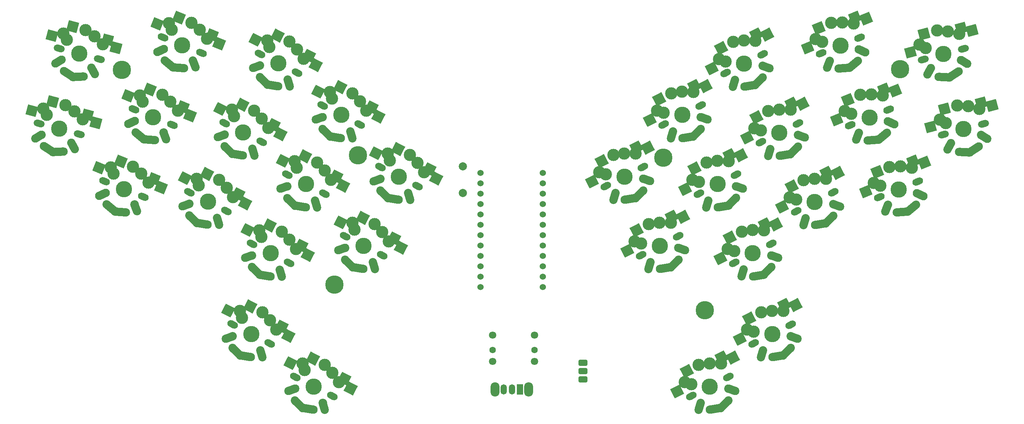
<source format=gbr>
%TF.GenerationSoftware,KiCad,Pcbnew,7.0.2*%
%TF.CreationDate,2024-03-27T11:13:33+01:00*%
%TF.ProjectId,Asfoora,4173666f-6f72-4612-9e6b-696361645f70,rev?*%
%TF.SameCoordinates,Original*%
%TF.FileFunction,Soldermask,Bot*%
%TF.FilePolarity,Negative*%
%FSLAX46Y46*%
G04 Gerber Fmt 4.6, Leading zero omitted, Abs format (unit mm)*
G04 Created by KiCad (PCBNEW 7.0.2) date 2024-03-27 11:13:33*
%MOMM*%
%LPD*%
G01*
G04 APERTURE LIST*
G04 Aperture macros list*
%AMRoundRect*
0 Rectangle with rounded corners*
0 $1 Rounding radius*
0 $2 $3 $4 $5 $6 $7 $8 $9 X,Y pos of 4 corners*
0 Add a 4 corners polygon primitive as box body*
4,1,4,$2,$3,$4,$5,$6,$7,$8,$9,$2,$3,0*
0 Add four circle primitives for the rounded corners*
1,1,$1+$1,$2,$3*
1,1,$1+$1,$4,$5*
1,1,$1+$1,$6,$7*
1,1,$1+$1,$8,$9*
0 Add four rect primitives between the rounded corners*
20,1,$1+$1,$2,$3,$4,$5,0*
20,1,$1+$1,$4,$5,$6,$7,0*
20,1,$1+$1,$6,$7,$8,$9,0*
20,1,$1+$1,$8,$9,$2,$3,0*%
%AMHorizOval*
0 Thick line with rounded ends*
0 $1 width*
0 $2 $3 position (X,Y) of the first rounded end (center of the circle)*
0 $4 $5 position (X,Y) of the second rounded end (center of the circle)*
0 Add line between two ends*
20,1,$1,$2,$3,$4,$5,0*
0 Add two circle primitives to create the rounded ends*
1,1,$1,$2,$3*
1,1,$1,$4,$5*%
%AMRotRect*
0 Rectangle, with rotation*
0 The origin of the aperture is its center*
0 $1 length*
0 $2 width*
0 $3 Rotation angle, in degrees counterclockwise*
0 Add horizontal line*
21,1,$1,$2,0,0,$3*%
G04 Aperture macros list end*
%ADD10O,1.500000X2.500000*%
%ADD11R,1.500000X2.500000*%
%ADD12O,2.200000X3.500000*%
%ADD13C,4.500000*%
%ADD14C,1.800000*%
%ADD15C,1.600000*%
%ADD16RoundRect,0.375000X0.750000X-0.375000X0.750000X0.375000X-0.750000X0.375000X-0.750000X-0.375000X0*%
%ADD17HorizOval,2.032000X1.332292X0.067491X-1.332292X-0.067491X0*%
%ADD18C,2.032000*%
%ADD19HorizOval,2.032000X-1.120053X0.724595X1.120053X-0.724595X0*%
%ADD20RotRect,2.600000X2.600000X345.000000*%
%ADD21RotRect,2.550000X2.500000X345.000000*%
%ADD22HorizOval,2.032000X-0.421808X0.776874X0.421808X-0.776874X0*%
%ADD23HorizOval,2.032000X0.753734X0.461889X-0.753734X-0.461889X0*%
%ADD24HorizOval,1.701800X0.482963X-0.129410X-0.482963X0.129410X0*%
%ADD25C,3.000000*%
%ADD26C,3.987800*%
%ADD27HorizOval,2.032000X0.944925X0.941633X-0.944925X-0.941633X0*%
%ADD28HorizOval,2.032000X-1.317210X-0.210983X1.317210X0.210983X0*%
%ADD29RotRect,2.600000X2.600000X27.000000*%
%ADD30RotRect,2.550000X2.500000X27.000000*%
%ADD31HorizOval,2.032000X-0.833295X0.295085X0.833295X-0.295085X0*%
%ADD32HorizOval,2.032000X0.251070X0.847597X-0.251070X-0.847597X0*%
%ADD33HorizOval,1.701800X0.445503X0.226995X-0.445503X-0.226995X0*%
%ADD34HorizOval,2.032000X-1.317210X0.210983X1.317210X-0.210983X0*%
%ADD35HorizOval,2.032000X-0.944925X0.941633X0.944925X-0.941633X0*%
%ADD36RotRect,2.600000X2.600000X333.000000*%
%ADD37RotRect,2.550000X2.500000X333.000000*%
%ADD38HorizOval,2.032000X-0.251070X0.847597X0.251070X-0.847597X0*%
%ADD39HorizOval,2.032000X0.833295X0.295085X-0.833295X-0.295085X0*%
%ADD40HorizOval,1.701800X0.445503X-0.226995X-0.445503X0.226995X0*%
%ADD41C,2.000000*%
%ADD42HorizOval,2.032000X1.023398X0.855694X-1.023398X-0.855694X0*%
%ADD43HorizOval,2.032000X-1.330586X-0.095378X1.330586X0.095378X0*%
%ADD44RotRect,2.600000X2.600000X22.000000*%
%ADD45RotRect,2.550000X2.500000X22.000000*%
%ADD46HorizOval,2.032000X-0.804406X0.366589X0.804406X-0.366589X0*%
%ADD47HorizOval,2.032000X0.323987X0.822489X-0.323987X-0.822489X0*%
%ADD48HorizOval,1.701800X0.463592X0.187303X-0.463592X-0.187303X0*%
%ADD49HorizOval,2.032000X1.120053X0.724595X-1.120053X-0.724595X0*%
%ADD50HorizOval,2.032000X-1.332292X0.067491X1.332292X-0.067491X0*%
%ADD51RotRect,2.600000X2.600000X15.000000*%
%ADD52RotRect,2.550000X2.500000X15.000000*%
%ADD53HorizOval,2.032000X-0.753734X0.461889X0.753734X-0.461889X0*%
%ADD54HorizOval,2.032000X0.421808X0.776874X-0.421808X-0.776874X0*%
%ADD55HorizOval,1.701800X0.482963X0.129410X-0.482963X-0.129410X0*%
%ADD56HorizOval,2.032000X-1.330586X0.095378X1.330586X-0.095378X0*%
%ADD57HorizOval,2.032000X-1.023398X0.855694X1.023398X-0.855694X0*%
%ADD58RotRect,2.600000X2.600000X338.000000*%
%ADD59RotRect,2.550000X2.500000X338.000000*%
%ADD60HorizOval,2.032000X-0.323987X0.822489X0.323987X-0.822489X0*%
%ADD61HorizOval,2.032000X0.804406X0.366589X-0.804406X-0.366589X0*%
%ADD62HorizOval,1.701800X0.463592X-0.187303X-0.463592X0.187303X0*%
%ADD63C,1.524000*%
G04 APERTURE END LIST*
D10*
%TO.C,SW34*%
X150998000Y-128290000D03*
X152998000Y-128290000D03*
D11*
X154998000Y-128290000D03*
D12*
X148898000Y-128290000D03*
X157098000Y-128290000D03*
%TD*%
D13*
%TO.C,H6*%
X189992000Y-71628000D03*
%TD*%
%TO.C,H5*%
X247898000Y-49940000D03*
%TD*%
%TO.C,H4*%
X200152000Y-108966000D03*
%TD*%
%TO.C,H3*%
X109598000Y-102690000D03*
%TD*%
%TO.C,H2*%
X115318960Y-71000607D03*
%TD*%
%TO.C,H1*%
X57567383Y-50087604D03*
%TD*%
D14*
%TO.C,HAT1*%
X148248000Y-114990000D03*
D15*
X148248000Y-118690000D03*
D14*
X148248000Y-121490000D03*
X158548000Y-121490000D03*
D15*
X158548000Y-118690000D03*
D14*
X158548000Y-114990000D03*
%TD*%
D16*
%TO.C,PAD1*%
X170398000Y-121840000D03*
X170398000Y-123840000D03*
X170398000Y-125840000D03*
%TD*%
D17*
%TO.C,SW11*%
X42042776Y-70135519D03*
D18*
X40725364Y-70201877D03*
D19*
X39617631Y-69485704D03*
D20*
X40628961Y-57908024D03*
D21*
X35546256Y-60079833D03*
D20*
X51212818Y-63024992D03*
D21*
X49210135Y-61108033D03*
D22*
X45692928Y-68720533D03*
D18*
X45275173Y-67942467D03*
X37914818Y-65970266D03*
D23*
X37163998Y-66435214D03*
D24*
X47156113Y-65820287D03*
D25*
X48049411Y-62177359D03*
X46017462Y-60255983D03*
D26*
X42252396Y-64502915D03*
D25*
X43792369Y-58755656D03*
X39226433Y-61065934D03*
X38393338Y-59586599D03*
D24*
X37343332Y-63186859D03*
%TD*%
D27*
%TO.C,SW24*%
X220270032Y-119076620D03*
D18*
X219335406Y-120007454D03*
D28*
X218032986Y-120216452D03*
D29*
X211037572Y-110935846D03*
D30*
X208713609Y-115950809D03*
D29*
X222326830Y-107656512D03*
D30*
X219555851Y-107571990D03*
D31*
X222035814Y-115582652D03*
D18*
X221204733Y-115283968D03*
X214415263Y-118743376D03*
D32*
X214168407Y-119591296D03*
D33*
X221182528Y-112448286D03*
D25*
X219408783Y-109143331D03*
X216613100Y-109075109D03*
D26*
X216656862Y-114750516D03*
D25*
X213955619Y-109449027D03*
X212108344Y-114221105D03*
X210499366Y-113679194D03*
D33*
X212128104Y-117057300D03*
%TD*%
D27*
%TO.C,SW20*%
X204997363Y-131934721D03*
D18*
X204062737Y-132865555D03*
D28*
X202760317Y-133074553D03*
D29*
X195764903Y-123793947D03*
D30*
X193440940Y-128808910D03*
D29*
X207054161Y-120514613D03*
D30*
X204283182Y-120430091D03*
D31*
X206763145Y-128440753D03*
D18*
X205932064Y-128142069D03*
X199142594Y-131601477D03*
D32*
X198895738Y-132449397D03*
D33*
X205909859Y-125306387D03*
D25*
X204136114Y-122001432D03*
X201340431Y-121933210D03*
D26*
X201384193Y-127608617D03*
D25*
X198682950Y-122307128D03*
X196835675Y-127079206D03*
X195226697Y-126537295D03*
D33*
X196855435Y-129915401D03*
%TD*%
D27*
%TO.C,SW22*%
X206888703Y-82388898D03*
D18*
X205954077Y-83319732D03*
D28*
X204651657Y-83528730D03*
D29*
X197656243Y-74248124D03*
D30*
X195332280Y-79263087D03*
D29*
X208945501Y-70968790D03*
D30*
X206174522Y-70884268D03*
D31*
X208654485Y-78894930D03*
D18*
X207823404Y-78596246D03*
X201033934Y-82055654D03*
D32*
X200787078Y-82903574D03*
D33*
X207801199Y-75760564D03*
D25*
X206027454Y-72455609D03*
X203231771Y-72387387D03*
D26*
X203275533Y-78062794D03*
D25*
X200574290Y-72761305D03*
X198727015Y-77533383D03*
X197118037Y-76991472D03*
D33*
X198746775Y-80369578D03*
%TD*%
D34*
%TO.C,SW5*%
X94524097Y-53939365D03*
D18*
X93221677Y-53730367D03*
D35*
X92287052Y-52799533D03*
D36*
X95683417Y-41685120D03*
D37*
X90260236Y-42752717D03*
D36*
X104972113Y-48890778D03*
D37*
X103411753Y-46599328D03*
D38*
X98388677Y-53314209D03*
D18*
X98141820Y-52466289D03*
X91352350Y-49006881D03*
D39*
X90521269Y-49305565D03*
D40*
X100422883Y-50781553D03*
D25*
X102054067Y-47403959D03*
X100465998Y-45102104D03*
D26*
X95900221Y-48473429D03*
D25*
X98601464Y-43171940D03*
X93654971Y-44482421D03*
X93147652Y-42862203D03*
D40*
X91372055Y-46165480D03*
%TD*%
D34*
%TO.C,SW8*%
X109872214Y-66603986D03*
D18*
X108569794Y-66394988D03*
D35*
X107635169Y-65464154D03*
D36*
X111031534Y-54349741D03*
D37*
X105608353Y-55417338D03*
D36*
X120320230Y-61555399D03*
D37*
X118759870Y-59263949D03*
D38*
X113736794Y-65978830D03*
D18*
X113489937Y-65130910D03*
X106700467Y-61671502D03*
D39*
X105869386Y-61970186D03*
D40*
X115771000Y-63446174D03*
D25*
X117402184Y-60068580D03*
X115814115Y-57766725D03*
D26*
X111248338Y-61138050D03*
D25*
X113949581Y-55836561D03*
X109003088Y-57147042D03*
X108495769Y-55526824D03*
D40*
X106720172Y-58830101D03*
%TD*%
D41*
%TO.C,SW33*%
X140970000Y-73712000D03*
X140970000Y-80212000D03*
%TD*%
D42*
%TO.C,SW30*%
X243673101Y-66368189D03*
D18*
X242660904Y-67214023D03*
D43*
X241345225Y-67308711D03*
D44*
X235185288Y-57453731D03*
D45*
X232433086Y-62247064D03*
D44*
X246717400Y-55170800D03*
D45*
X243964332Y-54845093D03*
D46*
X245736682Y-63041415D03*
D18*
X244934796Y-62671434D03*
X237869655Y-65525936D03*
D47*
X237549837Y-66349115D03*
D48*
X245159822Y-59844608D03*
D25*
X243680873Y-56397637D03*
X240901773Y-56086014D03*
D26*
X240450725Y-61743638D03*
D25*
X238221816Y-56226894D03*
X235965657Y-60819813D03*
X234410032Y-60139733D03*
D48*
X235738150Y-63646938D03*
%TD*%
D34*
%TO.C,SW19*%
X103137734Y-133078933D03*
D18*
X101835314Y-132869935D03*
D35*
X100900689Y-131939101D03*
D36*
X104297054Y-120824688D03*
D37*
X98873873Y-121892285D03*
D36*
X113585750Y-128030346D03*
D37*
X112025390Y-125738896D03*
D38*
X107002314Y-132453777D03*
D18*
X106755457Y-131605857D03*
X99965987Y-128146449D03*
D39*
X99134906Y-128445133D03*
D40*
X109036520Y-129921121D03*
D25*
X110667704Y-126543527D03*
X109079635Y-124241672D03*
D26*
X104513858Y-127612997D03*
D25*
X107215101Y-122311508D03*
X102268608Y-123621989D03*
X101761289Y-122001771D03*
D40*
X99985692Y-125305048D03*
%TD*%
D27*
%TO.C,SW25*%
X213400039Y-52874243D03*
D18*
X212465413Y-53805077D03*
D28*
X211162993Y-54014075D03*
D29*
X204167579Y-44733469D03*
D30*
X201843616Y-49748432D03*
D29*
X215456837Y-41454135D03*
D30*
X212685858Y-41369613D03*
D31*
X215165821Y-49380275D03*
D18*
X214334740Y-49081591D03*
X207545270Y-52540999D03*
D32*
X207298414Y-53388919D03*
D33*
X214312535Y-46245909D03*
D25*
X212538790Y-42940954D03*
X209743107Y-42872732D03*
D26*
X209786869Y-48548139D03*
D25*
X207085626Y-43246650D03*
X205238351Y-48018728D03*
X203629373Y-47476817D03*
D33*
X205258111Y-50854923D03*
%TD*%
D34*
%TO.C,SW6*%
X85898278Y-70868489D03*
D18*
X84595858Y-70659491D03*
D35*
X83661233Y-69728657D03*
D36*
X87057598Y-58614244D03*
D37*
X81634417Y-59681841D03*
D36*
X96346294Y-65819902D03*
D37*
X94785934Y-63528452D03*
D38*
X89762858Y-70243333D03*
D18*
X89516001Y-69395413D03*
X82726531Y-65936005D03*
D39*
X81895450Y-66234689D03*
D40*
X91797064Y-67710677D03*
D25*
X93428248Y-64333083D03*
X91840179Y-62031228D03*
D26*
X87274402Y-65402553D03*
D25*
X89975645Y-60101064D03*
X85029152Y-61411545D03*
X84521833Y-59791327D03*
D40*
X82746236Y-63094604D03*
%TD*%
D34*
%TO.C,SW10*%
X92620575Y-100462234D03*
D18*
X91318155Y-100253236D03*
D35*
X90383530Y-99322402D03*
D36*
X93779895Y-88207989D03*
D37*
X88356714Y-89275586D03*
D36*
X103068591Y-95413647D03*
D37*
X101508231Y-93122197D03*
D38*
X96485155Y-99837078D03*
D18*
X96238298Y-98989158D03*
X89448828Y-95529750D03*
D39*
X88617747Y-95828434D03*
D40*
X98519361Y-97304422D03*
D25*
X100150545Y-93926828D03*
X98562476Y-91624973D03*
D26*
X93996699Y-94996298D03*
D25*
X96697942Y-89694809D03*
X91751449Y-91005290D03*
X91244130Y-89385072D03*
D40*
X89468533Y-92688349D03*
%TD*%
D49*
%TO.C,SW32*%
X266069894Y-69562703D03*
D18*
X264962161Y-70278877D03*
D50*
X263644749Y-70212518D03*
D51*
X258731747Y-59680288D03*
D52*
X255415900Y-64102484D03*
D51*
X270456120Y-58819785D03*
D52*
X267763267Y-58160990D03*
D53*
X268523526Y-66512213D03*
D18*
X267772706Y-66047265D03*
X260412352Y-68019467D03*
D54*
X259994597Y-68797533D03*
D55*
X268340558Y-63268933D03*
D25*
X267292713Y-59667417D03*
X264572306Y-59019430D03*
D26*
X263435129Y-64579914D03*
D25*
X261895155Y-58832656D03*
X259096077Y-63116383D03*
X257634928Y-62251789D03*
D55*
X258525727Y-65894709D03*
%TD*%
D27*
%TO.C,SW27*%
X230651678Y-86732491D03*
D18*
X229717052Y-87663325D03*
D28*
X228414632Y-87872323D03*
D29*
X221419218Y-78591717D03*
D30*
X219095255Y-83606680D03*
D29*
X232708476Y-75312383D03*
D30*
X229937497Y-75227861D03*
D31*
X232417460Y-83238523D03*
D18*
X231586379Y-82939839D03*
X224796909Y-86399247D03*
D32*
X224550053Y-87247167D03*
D33*
X231564174Y-80104157D03*
D25*
X229790429Y-76799202D03*
X226994746Y-76730980D03*
D26*
X227038508Y-82406387D03*
D25*
X224337265Y-77104898D03*
X222489990Y-81876976D03*
X220881012Y-81335065D03*
D33*
X222509750Y-84713171D03*
%TD*%
D56*
%TO.C,SW14*%
X57224689Y-84849728D03*
D18*
X55909010Y-84755040D03*
D57*
X54896813Y-83909206D03*
D58*
X57311570Y-72541075D03*
D59*
X52002073Y-74077270D03*
D58*
X67192934Y-78909749D03*
D59*
X65438798Y-76763013D03*
D60*
X61020077Y-83890132D03*
D18*
X60700258Y-83066954D03*
X53635117Y-80212451D03*
D61*
X52833231Y-80582432D03*
D62*
X62825807Y-81189820D03*
D25*
X64156407Y-77682913D03*
X62373761Y-75528226D03*
D26*
X58119189Y-79284655D03*
D25*
X60348098Y-73767911D03*
X55534643Y-75504521D03*
X54888044Y-73934684D03*
D62*
X53407103Y-77380145D03*
%TD*%
D56*
%TO.C,SW2*%
X71459739Y-49616741D03*
D18*
X70144060Y-49522053D03*
D57*
X69131863Y-48676219D03*
D58*
X71546620Y-37308088D03*
D59*
X66237123Y-38844283D03*
D58*
X81427984Y-43676762D03*
D59*
X79673848Y-41530026D03*
D60*
X75255127Y-48657145D03*
D18*
X74935308Y-47833967D03*
X67870167Y-44979464D03*
D61*
X67068281Y-45349445D03*
D62*
X77060857Y-45956833D03*
D25*
X78391457Y-42449926D03*
X76608811Y-40295239D03*
D26*
X72354239Y-44051668D03*
D25*
X74583148Y-38534924D03*
X69769693Y-40271534D03*
X69123094Y-38701697D03*
D62*
X67642153Y-42147158D03*
%TD*%
D34*
%TO.C,SW15*%
X87865065Y-120220832D03*
D18*
X86562645Y-120011834D03*
D35*
X85628020Y-119081000D03*
D36*
X89024385Y-107966587D03*
D37*
X83601204Y-109034184D03*
D36*
X98313081Y-115172245D03*
D37*
X96752721Y-112880795D03*
D38*
X91729645Y-119595676D03*
D18*
X91482788Y-118747756D03*
X84693318Y-115288348D03*
D39*
X83862237Y-115587032D03*
D40*
X93763851Y-117063020D03*
D25*
X95395035Y-113685426D03*
X93806966Y-111383571D03*
D26*
X89241189Y-114754896D03*
D25*
X91942432Y-109453407D03*
X86995939Y-110763888D03*
X86488620Y-109143670D03*
D40*
X84713023Y-112446947D03*
%TD*%
D63*
%TO.C,U1*%
X145299400Y-75361000D03*
X145299400Y-77901000D03*
X145299400Y-80441000D03*
X145299400Y-82981000D03*
X145299400Y-85521000D03*
X145299400Y-88061000D03*
X145299400Y-90601000D03*
X145299400Y-93141000D03*
X145299400Y-95681000D03*
X145299400Y-98221000D03*
X145299400Y-100761000D03*
X145299400Y-103301000D03*
X160519400Y-103301000D03*
X160519400Y-100761000D03*
X160519400Y-98221000D03*
X160519400Y-95681000D03*
X160519400Y-93141000D03*
X160519400Y-90601000D03*
X160519400Y-88061000D03*
X160519400Y-85521000D03*
X160519400Y-82981000D03*
X160519400Y-80441000D03*
X160519400Y-77901000D03*
X160519400Y-75361000D03*
%TD*%
D27*
%TO.C,SW18*%
X192772489Y-97479279D03*
D18*
X191837863Y-98410113D03*
D28*
X190535443Y-98619111D03*
D29*
X183540029Y-89338505D03*
D30*
X181216066Y-94353468D03*
D29*
X194829287Y-86059171D03*
D30*
X192058308Y-85974649D03*
D31*
X194538271Y-93985311D03*
D18*
X193707190Y-93686627D03*
X186917720Y-97146035D03*
D32*
X186670864Y-97993955D03*
D33*
X193684985Y-90850945D03*
D25*
X191911240Y-87545990D03*
X189115557Y-87477768D03*
D26*
X189159319Y-93153175D03*
D25*
X186458076Y-87851686D03*
X184610801Y-92623764D03*
X183001823Y-92081853D03*
D33*
X184630561Y-95459959D03*
%TD*%
D17*
%TO.C,SW4*%
X46952823Y-51765130D03*
D18*
X45635411Y-51831488D03*
D19*
X44527678Y-51115315D03*
D20*
X45539008Y-39537635D03*
D21*
X40456303Y-41709444D03*
D20*
X56122865Y-44654603D03*
D21*
X54120182Y-42737644D03*
D22*
X50602975Y-50350144D03*
D18*
X50185220Y-49572078D03*
X42824865Y-47599877D03*
D23*
X42074045Y-48064825D03*
D24*
X52066160Y-47449898D03*
D25*
X52959458Y-43806970D03*
X50927509Y-41885594D03*
D26*
X47162443Y-46132526D03*
D25*
X48702416Y-40385267D03*
X44136480Y-42695545D03*
X43303385Y-41216210D03*
D24*
X42253379Y-44816470D03*
%TD*%
D34*
%TO.C,SW7*%
X77272459Y-87797612D03*
D18*
X75970039Y-87588614D03*
D35*
X75035414Y-86657780D03*
D36*
X78431779Y-75543367D03*
D37*
X73008598Y-76610964D03*
D36*
X87720475Y-82749025D03*
D37*
X86160115Y-80457575D03*
D38*
X81137039Y-87172456D03*
D18*
X80890182Y-86324536D03*
X74100712Y-82865128D03*
D39*
X73269631Y-83163812D03*
D40*
X83171245Y-84639800D03*
D25*
X84802429Y-81262206D03*
X83214360Y-78960351D03*
D26*
X78648583Y-82331676D03*
D25*
X81349826Y-77030187D03*
X76403333Y-78340668D03*
X75896014Y-76720450D03*
D40*
X74120417Y-80023727D03*
%TD*%
D42*
%TO.C,SW29*%
X236555576Y-48751695D03*
D18*
X235543379Y-49597529D03*
D43*
X234227700Y-49692217D03*
D44*
X228067763Y-39837237D03*
D45*
X225315561Y-44630570D03*
D44*
X239599875Y-37554306D03*
D45*
X236846807Y-37228599D03*
D46*
X238619157Y-45424921D03*
D18*
X237817271Y-45054940D03*
X230752130Y-47909442D03*
D47*
X230432312Y-48732621D03*
D48*
X238042297Y-42228114D03*
D25*
X236563348Y-38781143D03*
X233784248Y-38469520D03*
D26*
X233333200Y-44127144D03*
D25*
X231104291Y-38610400D03*
X228848132Y-43203319D03*
X227292507Y-42523239D03*
D48*
X228620625Y-46030444D03*
%TD*%
D34*
%TO.C,SW9*%
X101246394Y-83533110D03*
D18*
X99943974Y-83324112D03*
D35*
X99009349Y-82393278D03*
D36*
X102405714Y-71278865D03*
D37*
X96982533Y-72346462D03*
D36*
X111694410Y-78484523D03*
D37*
X110134050Y-76193073D03*
D38*
X105110974Y-82907954D03*
D18*
X104864117Y-82060034D03*
X98074647Y-78600626D03*
D39*
X97243566Y-78899310D03*
D40*
X107145180Y-80375298D03*
D25*
X108776364Y-76997704D03*
X107188295Y-74695849D03*
D26*
X102622518Y-78067174D03*
D25*
X105323761Y-72765685D03*
X100377268Y-74076166D03*
X99869949Y-72455948D03*
D40*
X98094352Y-75759225D03*
%TD*%
D34*
%TO.C,SW12*%
X123988428Y-81694367D03*
D18*
X122686008Y-81485369D03*
D35*
X121751383Y-80554535D03*
D36*
X125147748Y-69440122D03*
D37*
X119724567Y-70507719D03*
D36*
X134436444Y-76645780D03*
D37*
X132876084Y-74354330D03*
D38*
X127853008Y-81069211D03*
D18*
X127606151Y-80221291D03*
X120816681Y-76761883D03*
D39*
X119985600Y-77060567D03*
D40*
X129887214Y-78536555D03*
D25*
X131518398Y-75158961D03*
X129930329Y-72857106D03*
D26*
X125364552Y-76228431D03*
D25*
X128065795Y-70926942D03*
X123119302Y-72237423D03*
X122611983Y-70617205D03*
D40*
X120836386Y-73920482D03*
%TD*%
D27*
%TO.C,SW17*%
X184146669Y-80550155D03*
D18*
X183212043Y-81480989D03*
D28*
X181909623Y-81689987D03*
D29*
X174914209Y-72409381D03*
D30*
X172590246Y-77424344D03*
D29*
X186203467Y-69130047D03*
D30*
X183432488Y-69045525D03*
D31*
X185912451Y-77056187D03*
D18*
X185081370Y-76757503D03*
X178291900Y-80216911D03*
D32*
X178045044Y-81064831D03*
D33*
X185059165Y-73921821D03*
D25*
X183285420Y-70616866D03*
X180489737Y-70548644D03*
D26*
X180533499Y-76224051D03*
D25*
X177832256Y-70922562D03*
X175984981Y-75694640D03*
X174376003Y-75152729D03*
D33*
X176004741Y-78530835D03*
%TD*%
D27*
%TO.C,SW21*%
X198262883Y-65459774D03*
D18*
X197328257Y-66390608D03*
D28*
X196025837Y-66599606D03*
D29*
X189030423Y-57319000D03*
D30*
X186706460Y-62333963D03*
D29*
X200319681Y-54039666D03*
D30*
X197548702Y-53955144D03*
D31*
X200028665Y-61965806D03*
D18*
X199197584Y-61667122D03*
X192408114Y-65126530D03*
D32*
X192161258Y-65974450D03*
D33*
X199175379Y-58831440D03*
D25*
X197401634Y-55526485D03*
X194605951Y-55458263D03*
D26*
X194649713Y-61133670D03*
D25*
X191948470Y-55832181D03*
X190101195Y-60604259D03*
X188492217Y-60062348D03*
D33*
X190120955Y-63440454D03*
%TD*%
D49*
%TO.C,SW31*%
X261146071Y-51206827D03*
D18*
X260038338Y-51923001D03*
D50*
X258720926Y-51856642D03*
D51*
X253807924Y-41324412D03*
D52*
X250492077Y-45746608D03*
D51*
X265532297Y-40463909D03*
D52*
X262839444Y-39805114D03*
D53*
X263599703Y-48156337D03*
D18*
X262848883Y-47691389D03*
X255488529Y-49663591D03*
D54*
X255070774Y-50441657D03*
D55*
X263416735Y-44913057D03*
D25*
X262368890Y-41311541D03*
X259648483Y-40663554D03*
D26*
X258511306Y-46224038D03*
D25*
X256971332Y-40476780D03*
X254172254Y-44760507D03*
X252711105Y-43895913D03*
D55*
X253601904Y-47538833D03*
%TD*%
D27*
%TO.C,SW26*%
X222025858Y-69803367D03*
D18*
X221091232Y-70734201D03*
D28*
X219788812Y-70943199D03*
D29*
X212793398Y-61662593D03*
D30*
X210469435Y-66677556D03*
D29*
X224082656Y-58383259D03*
D30*
X221311677Y-58298737D03*
D31*
X223791640Y-66309399D03*
D18*
X222960559Y-66010715D03*
X216171089Y-69470123D03*
D32*
X215924233Y-70318043D03*
D33*
X222938354Y-63175033D03*
D25*
X221164609Y-59870078D03*
X218368926Y-59801856D03*
D26*
X218412688Y-65477263D03*
D25*
X215711445Y-60175774D03*
X213864170Y-64947852D03*
X212255192Y-64405941D03*
D33*
X213883930Y-67784047D03*
%TD*%
D42*
%TO.C,SW28*%
X250790626Y-83984682D03*
D18*
X249778429Y-84830516D03*
D43*
X248462750Y-84925204D03*
D44*
X242302813Y-75070224D03*
D45*
X239550611Y-79863557D03*
D44*
X253834925Y-72787293D03*
D45*
X251081857Y-72461586D03*
D46*
X252854207Y-80657908D03*
D18*
X252052321Y-80287927D03*
X244987180Y-83142429D03*
D47*
X244667362Y-83965608D03*
D48*
X252277347Y-77461101D03*
D25*
X250798398Y-74014130D03*
X248019298Y-73702507D03*
D26*
X247568250Y-79360131D03*
D25*
X245339341Y-73843387D03*
X243083182Y-78436306D03*
X241527557Y-77756226D03*
D48*
X242855675Y-81263431D03*
%TD*%
D56*
%TO.C,SW3*%
X64342504Y-67233641D03*
D18*
X63026825Y-67138953D03*
D57*
X62014628Y-66293119D03*
D58*
X64429385Y-54924988D03*
D59*
X59119888Y-56461183D03*
D58*
X74310749Y-61293662D03*
D59*
X72556613Y-59146926D03*
D60*
X68137892Y-66274045D03*
D18*
X67818073Y-65450867D03*
X60752932Y-62596364D03*
D61*
X59951046Y-62966345D03*
D62*
X69943622Y-63573733D03*
D25*
X71274222Y-60066826D03*
X69491576Y-57912139D03*
D26*
X65237004Y-61668568D03*
D25*
X67465913Y-56151824D03*
X62652458Y-57888434D03*
X62005859Y-56318597D03*
D62*
X60524918Y-59764058D03*
%TD*%
D27*
%TO.C,SW23*%
X215514522Y-99318022D03*
D18*
X214579896Y-100248856D03*
D28*
X213277476Y-100457854D03*
D29*
X206282062Y-91177248D03*
D30*
X203958099Y-96192211D03*
D29*
X217571320Y-87897914D03*
D30*
X214800341Y-87813392D03*
D31*
X217280304Y-95824054D03*
D18*
X216449223Y-95525370D03*
X209659753Y-98984778D03*
D32*
X209412897Y-99832698D03*
D33*
X216427018Y-92689688D03*
D25*
X214653273Y-89384733D03*
X211857590Y-89316511D03*
D26*
X211901352Y-94991918D03*
D25*
X209200109Y-89690429D03*
X207352834Y-94462507D03*
X205743856Y-93920596D03*
D33*
X207372594Y-97298702D03*
%TD*%
D34*
%TO.C,SW13*%
X115362608Y-98623491D03*
D18*
X114060188Y-98414493D03*
D35*
X113125563Y-97483659D03*
D36*
X116521928Y-86369246D03*
D37*
X111098747Y-87436843D03*
D36*
X125810624Y-93574904D03*
D37*
X124250264Y-91283454D03*
D38*
X119227188Y-97998335D03*
D18*
X118980331Y-97150415D03*
X112190861Y-93691007D03*
D39*
X111359780Y-93989691D03*
D40*
X121261394Y-95465679D03*
D25*
X122892578Y-92088085D03*
X121304509Y-89786230D03*
D26*
X116738732Y-93157555D03*
D25*
X119439975Y-87856066D03*
X114493482Y-89166547D03*
X113986163Y-87546329D03*
D40*
X112210566Y-90849606D03*
%TD*%
M02*

</source>
